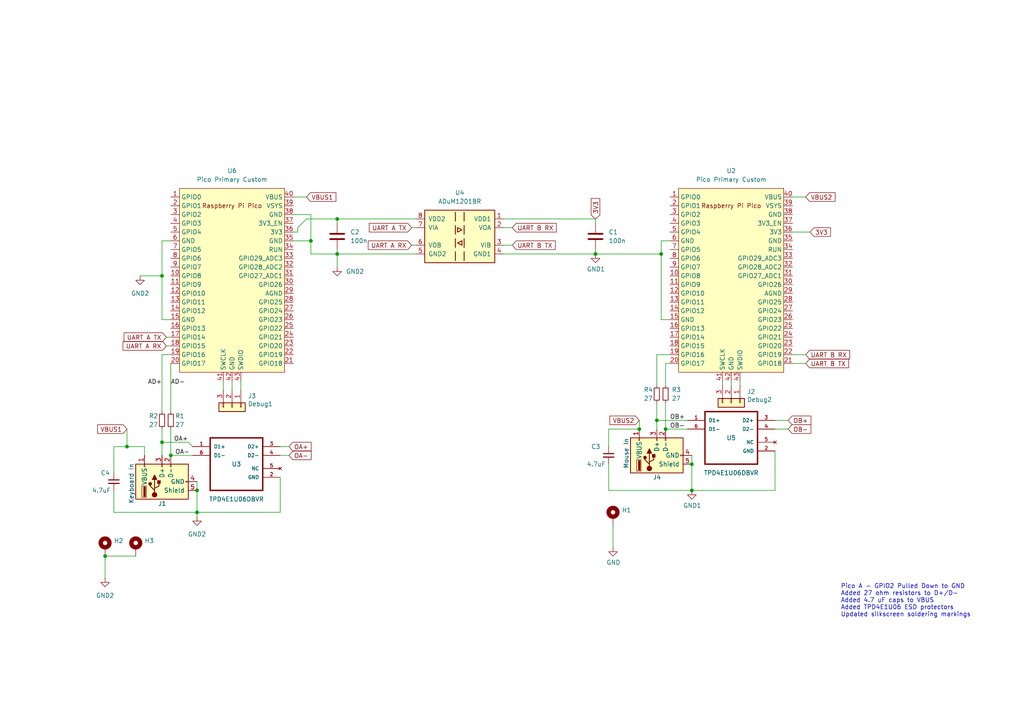
<source format=kicad_sch>
(kicad_sch (version 20231120) (generator "eeschema") (generator_version "8.0")
  (paper "A4")
  (title_block (title "DeskHop - Fast Keyboard/Mouse Switching Device") (date "2024-01-11") (rev "v1.1") (company "Hrvoje Čavrak"))
  (lib_symbols
    (symbol "Connector:USB_A" (pin_names (offset 1.016))
      (property "Reference" "J" (at -5.08 11.43 0))
      (property "Value" "USB_A" (at -5.08 8.89 0))
      (symbol "USB_A_0_1"
        (rectangle (start -5.08 -7.62) (end 5.08 7.62) (stroke (width 0.254)) (fill (type background)))
        (circle (center -3.81 2.159) (radius 0.635) (stroke (width 0.254)) (fill (type outline)))
        (rectangle (start -1.524 4.826) (end -4.318 5.334) (fill (type outline)))
        (rectangle (start -1.27 4.572) (end -4.572 5.842))
        (circle (center -0.635 3.429) (radius 0.381) (stroke (width 0.254)) (fill (type outline)))
        (rectangle (start -0.127 -7.62) (end 0.127 -6.858))
        (polyline (pts (xy -3.175 2.159) (xy -2.54 2.159) (xy -1.27 3.429) (xy -0.635 3.429)) (stroke (width 0.254)))
        (polyline (pts (xy -2.54 2.159) (xy -1.905 2.159) (xy -1.27 0.889) (xy 0 0.889)) (stroke (width 0.254)))
        (polyline (pts (xy 0.635 2.794) (xy 0.635 1.524) (xy 1.905 2.159) (xy 0.635 2.794)) (stroke (width 0.254)) (fill (type outline)))
        (rectangle (start 0.254 1.27) (end -0.508 0.508) (stroke (width 0.254)) (fill (type outline)))
        (rectangle (start 5.08 -2.667) (end 4.318 -2.413))
        (rectangle (start 5.08 -0.127) (end 4.318 0.127))
        (rectangle (start 5.08 4.953) (end 4.318 5.207))
      )
      (symbol "USB_A_1_1"
        (polyline (pts (xy -1.905 2.159) (xy 0.635 2.159)) (stroke (width 0.254)))
        (pin power_in line (at 7.62 5.08 180) (length 2.54) (name "VBUS") (number "1"))
        (pin bidirectional line (at 7.62 -2.54 180) (length 2.54) (name "D-") (number "2"))
        (pin bidirectional line (at 7.62 0 180) (length 2.54) (name "D+") (number "3"))
        (pin power_in line (at 0 -10.16 90) (length 2.54) (name "GND") (number "4"))
        (pin passive line (at -2.54 -10.16 90) (length 2.54) (name "Shield") (number "5"))
      )
    )
    (symbol "Connector_Generic:Conn_01x03" (pin_names (offset 1.016) hide)
      (property "Reference" "J" (at 0 5.08 0))
      (property "Value" "Conn_01x03" (at 0 -5.08 0))
      (symbol "Conn_01x03_1_1"
        (rectangle (start -1.27 -2.413) (end 0 -2.667) (stroke (width 0.1524)))
        (rectangle (start -1.27 0.127) (end 0 -0.127) (stroke (width 0.1524)))
        (rectangle (start -1.27 2.667) (end 0 2.413) (stroke (width 0.1524)))
        (rectangle (start -1.27 3.81) (end 1.27 -3.81) (stroke (width 0.254)) (fill (type background)))
        (pin passive line (at -5.08 2.54 0) (length 3.81) (name "Pin_1") (number "1"))
        (pin passive line (at -5.08 0 0) (length 3.81) (name "Pin_2") (number "2"))
        (pin passive line (at -5.08 -2.54 0) (length 3.81) (name "Pin_3") (number "3"))
      )
    )
    (symbol "Custom:Pico"
      (property "Reference" "U1" (at 0 30.861 0))
      (property "Value" "Pico Primary Custom" (at 0 28.5496 0))
      (symbol "Pico_0_0"
        (text "Raspberry Pi Pico" (at 0 21.59 0) (effects (font (size 1.27 1.27))))
      )
      (symbol "Pico_0_1"
        (rectangle (start -15.24 26.67) (end 15.24 -26.67) (fill (type background)))
      )
      (symbol "Pico_1_1"
        (pin bidirectional line (at -17.78 24.13 0) (length 2.54) (name "GPIO0") (number "1"))
        (pin bidirectional line (at -17.78 1.27 0) (length 2.54) (name "GPIO8") (number "10"))
        (pin bidirectional line (at -17.78 -1.27 0) (length 2.54) (name "GPIO9") (number "11"))
        (pin bidirectional line (at -17.78 -3.81 0) (length 2.54) (name "GPIO10") (number "12"))
        (pin power_in line (at -17.78 -6.35 0) (length 2.54) (name "GPIO11") (number "13"))
        (pin bidirectional line (at -17.78 -8.89 0) (length 2.54) (name "GPIO12") (number "14"))
        (pin power_in line (at -17.78 -11.43 0) (length 2.54) (name "GND") (number "15"))
        (pin bidirectional line (at -17.78 -13.97 0) (length 2.54) (name "GPIO13") (number "16"))
        (pin bidirectional line (at -17.78 -16.51 0) (length 2.54) (name "GPIO14") (number "17"))
        (pin bidirectional line (at -17.78 -19.05 0) (length 2.54) (name "GPIO15") (number "18"))
        (pin bidirectional line (at -17.78 -21.59 0) (length 2.54) (name "GPIO16") (number "19"))
        (pin bidirectional line (at -17.78 21.59 0) (length 2.54) (name "GPIO1") (number "2"))
        (pin bidirectional line (at -17.78 -24.13 0) (length 2.54) (name "GPIO17") (number "20"))
        (pin bidirectional line (at 17.78 -24.13 180) (length 2.54) (name "GPIO18") (number "21"))
        (pin bidirectional line (at 17.78 -21.59 180) (length 2.54) (name "GPIO19") (number "22"))
        (pin bidirectional line (at 17.78 -19.05 180) (length 2.54) (name "GPIO20") (number "23"))
        (pin bidirectional line (at 17.78 -16.51 180) (length 2.54) (name "GPIO21") (number "24"))
        (pin bidirectional line (at 17.78 -13.97 180) (length 2.54) (name "GPIO22") (number "25"))
        (pin bidirectional line (at 17.78 -11.43 180) (length 2.54) (name "GPIO23") (number "26"))
        (pin bidirectional line (at 17.78 -8.89 180) (length 2.54) (name "GPIO24") (number "27"))
        (pin power_in line (at 17.78 -6.35 180) (length 2.54) (name "GPIO25") (number "28"))
        (pin power_in line (at 17.78 -3.81 180) (length 2.54) (name "AGND") (number "29"))
        (pin bidirectional line (at -17.78 19.05 0) (length 2.54) (name "GPIO2") (number "3"))
        (pin bidirectional line (at 17.78 -1.27 180) (length 2.54) (name "GPIO26") (number "30"))
        (pin bidirectional line (at 17.78 1.27 180) (length 2.54) (name "GPIO27_ADC1") (number "31"))
        (pin bidirectional line (at 17.78 3.81 180) (length 2.54) (name "GPIO28_ADC2") (number "32"))
        (pin bidirectional line (at 17.78 6.35 180) (length 2.54) (name "GPIO29_ADC3") (number "33"))
        (pin input line (at 17.78 8.89 180) (length 2.54) (name "RUN") (number "34"))
        (pin power_in line (at 17.78 11.43 180) (length 2.54) (name "GND") (number "35"))
        (pin power_in line (at 17.78 13.97 180) (length 2.54) (name "3V3") (number "36"))
        (pin input line (at 17.78 16.51 180) (length 2.54) (name "3V3_EN") (number "37"))
        (pin power_in line (at 17.78 19.05 180) (length 2.54) (name "GND") (number "38"))
        (pin power_in line (at 17.78 21.59 180) (length 2.54) (name "VSYS") (number "39"))
        (pin bidirectional line (at -17.78 16.51 0) (length 2.54) (name "GPIO3") (number "4"))
        (pin power_in line (at 17.78 24.13 180) (length 2.54) (name "VBUS") (number "40"))
        (pin input line (at -2.54 -29.21 90) (length 2.54) (name "SWCLK") (number "41"))
        (pin power_in line (at 0 -29.21 90) (length 2.54) (name "GND") (number "42"))
        (pin bidirectional line (at 2.54 -29.21 90) (length 2.54) (name "SWDIO") (number "43"))
        (pin bidirectional line (at -17.78 13.97 0) (length 2.54) (name "GPIO4") (number "5"))
        (pin power_in line (at -17.78 11.43 0) (length 2.54) (name "GND") (number "6"))
        (pin bidirectional line (at -17.78 8.89 0) (length 2.54) (name "GPIO5") (number "7"))
        (pin bidirectional line (at -17.78 6.35 0) (length 2.54) (name "GPIO6") (number "8"))
        (pin bidirectional line (at -17.78 3.81 0) (length 2.54) (name "GPIO7") (number "9"))
      )
    )
    (symbol "Device:C" (pin_numbers hide) (pin_names (offset 0.254))
      (property "Reference" "C" (at 0.635 2.54 0))
      (property "Value" "C" (at 0.635 -2.54 0))
      (symbol "C_0_1"
        (polyline (pts (xy -2.032 -0.762) (xy 2.032 -0.762)) (stroke (width 0.508)))
        (polyline (pts (xy -2.032 0.762) (xy 2.032 0.762)) (stroke (width 0.508)))
      )
      (symbol "C_1_1"
        (pin passive line (at 0 3.81 270) (length 2.794) (name "~") (number "1"))
        (pin passive line (at 0 -3.81 90) (length 2.794) (name "~") (number "2"))
      )
    )
    (symbol "Device:C_Small" (pin_numbers hide) (pin_names (offset 0.254) hide)
      (property "Reference" "C" (at 0.254 1.778 0))
      (property "Value" "C_Small" (at 0.254 -2.032 0))
      (symbol "C_Small_0_1"
        (polyline (pts (xy -1.524 -0.508) (xy 1.524 -0.508)) (stroke (width 0.3302)))
        (polyline (pts (xy -1.524 0.508) (xy 1.524 0.508)) (stroke (width 0.3048)))
      )
      (symbol "C_Small_1_1"
        (pin passive line (at 0 2.54 270) (length 2.032) (name "~") (number "1"))
        (pin passive line (at 0 -2.54 90) (length 2.032) (name "~") (number "2"))
      )
    )
    (symbol "Device:R_Small" (pin_numbers hide) (pin_names (offset 0.254) hide)
      (property "Reference" "R" (at 0.762 0.508 0))
      (property "Value" "R_Small" (at 0.762 -1.016 0))
      (symbol "R_Small_0_1"
        (rectangle (start -0.762 1.778) (end 0.762 -1.778) (stroke (width 0.2032)))
      )
      (symbol "R_Small_1_1"
        (pin passive line (at 0 2.54 270) (length 0.762) (name "~") (number "1"))
        (pin passive line (at 0 -2.54 90) (length 0.762) (name "~") (number "2"))
      )
    )
    (symbol "Isolator:ADuM1201BR" (pin_names (offset 1.016))
      (property "Reference" "U" (at -10.16 8.89 0))
      (property "Value" "ADuM1201BR" (at -2.032 8.89 0))
      (symbol "ADuM1201BR_0_1"
        (rectangle (start -10.16 7.62) (end 10.16 -7.62) (stroke (width 0.254)) (fill (type background)))
        (polyline (pts (xy -1.27 -4.445) (xy -1.27 -6.985)) (stroke (width 0.254)))
        (polyline (pts (xy -1.27 -0.635) (xy -1.27 -3.175)) (stroke (width 0.254)))
        (polyline (pts (xy -1.27 3.175) (xy -1.27 0.635)) (stroke (width 0.254)))
        (polyline (pts (xy -1.27 6.985) (xy -1.27 4.445)) (stroke (width 0.254)))
        (polyline (pts (xy 1.27 -4.445) (xy 1.27 -6.985)) (stroke (width 0.254)))
        (polyline (pts (xy 1.27 -0.635) (xy 1.27 -3.175)) (stroke (width 0.254)))
        (polyline (pts (xy 1.27 3.175) (xy 1.27 0.635)) (stroke (width 0.254)))
        (polyline (pts (xy 1.27 6.985) (xy 1.27 4.445)) (stroke (width 0.254)))
        (polyline (pts (xy -0.635 -1.27) (xy -0.635 -2.54) (xy 0.635 -1.905) (xy -0.635 -1.27)) (stroke (width 0.254)))
        (polyline (pts (xy 0.635 2.54) (xy 0.635 1.27) (xy -0.635 1.905) (xy 0.635 2.54)) (stroke (width 0.254)))
      )
      (symbol "ADuM1201BR_1_1"
        (pin power_in line (at -12.7 5.08 0) (length 2.54) (name "VDD1") (number "1"))
        (pin output line (at -12.7 2.54 0) (length 2.54) (name "VOA") (number "2"))
        (pin input line (at -12.7 -2.54 0) (length 2.54) (name "VIB") (number "3"))
        (pin power_in line (at -12.7 -5.08 0) (length 2.54) (name "GND1") (number "4"))
        (pin power_in line (at 12.7 -5.08 180) (length 2.54) (name "GND2") (number "5"))
        (pin output line (at 12.7 -2.54 180) (length 2.54) (name "VOB") (number "6"))
        (pin input line (at 12.7 2.54 180) (length 2.54) (name "VIA") (number "7"))
        (pin power_in line (at 12.7 5.08 180) (length 2.54) (name "VDD2") (number "8"))
      )
    )
    (symbol "Mechanical:MountingHole_Pad" (pin_numbers hide) (pin_names (offset 1.016) hide)
      (property "Reference" "H" (at 0 6.35 0))
      (property "Value" "MountingHole_Pad" (at 0 4.445 0))
      (symbol "MountingHole_Pad_0_1"
        (circle (center 0 1.27) (radius 1.27) (stroke (width 1.27)))
      )
      (symbol "MountingHole_Pad_1_1"
        (pin input line (at 0 -2.54 90) (length 2.54) (name "1") (number "1"))
      )
    )
    (symbol "TPD4E1U06DBVR:TPD4E1U06DBVR" (pin_names (offset 1.016))
      (property "Reference" "U" (at -1.27 8.89 0))
      (property "Value" "TPD4E1U06DBVR" (at -7.62 -10.16 0))
      (symbol "TPD4E1U06DBVR_0_0"
        (polyline (pts (xy -7.62 -7.62) (xy -7.62 7.62)) (stroke (width 0.4064)))
        (polyline (pts (xy -7.62 7.62) (xy 7.62 7.62)) (stroke (width 0.4064)))
        (polyline (pts (xy 7.62 -7.62) (xy -7.62 -7.62)) (stroke (width 0.4064)))
        (polyline (pts (xy 7.62 7.62) (xy 7.62 -7.62)) (stroke (width 0.4064)))
        (pin bidirectional line (at -12.7 5.08 0) (length 5.08) (name "D1+") (number "1"))
        (pin power_in line (at 12.7 -3.81 180) (length 5.08) (name "GND") (number "2"))
        (pin bidirectional line (at 12.7 5.08 180) (length 5.08) (name "D2+") (number "3"))
        (pin bidirectional line (at 12.7 2.54 180) (length 5.08) (name "D2-") (number "4"))
        (pin no_connect line (at 12.7 -1.27 180) (length 5.08) (name "NC") (number "5"))
        (pin bidirectional line (at -12.7 2.54 0) (length 5.08) (name "D1-") (number "6"))
      )
    )
    (symbol "TPD4E1U06DBVR_1" (pin_names (offset 1.016))
      (property "Reference" "U" (at -1.27 8.89 0))
      (property "Value" "TPD4E1U06DBVR" (at -7.62 -10.16 0))
      (symbol "TPD4E1U06DBVR_1_0_0"
        (polyline (pts (xy -7.62 -7.62) (xy -7.62 7.62)) (stroke (width 0.4064)))
        (polyline (pts (xy -7.62 7.62) (xy 7.62 7.62)) (stroke (width 0.4064)))
        (polyline (pts (xy 7.62 -7.62) (xy -7.62 -7.62)) (stroke (width 0.4064)))
        (polyline (pts (xy 7.62 7.62) (xy 7.62 -7.62)) (stroke (width 0.4064)))
        (pin bidirectional line (at -12.7 5.08 0) (length 5.08) (name "D1+") (number "1"))
        (pin power_in line (at 12.7 -3.81 180) (length 5.08) (name "GND") (number "2"))
        (pin bidirectional line (at 12.7 5.08 180) (length 5.08) (name "D2+") (number "3"))
        (pin bidirectional line (at 12.7 2.54 180) (length 5.08) (name "D2-") (number "4"))
        (pin no_connect line (at 12.7 -1.27 180) (length 5.08) (name "NC") (number "5"))
        (pin bidirectional line (at -12.7 2.54 0) (length 5.08) (name "D1-") (number "6"))
      )
    )
    (symbol "power:GND" (power) (pin_names (offset 0))
      (property "Value" "GND" (at 0 -3.81 0))
      (symbol "GND_0_1"
        (polyline (pts (xy 0 0) (xy 0 -1.27) (xy 1.27 -1.27) (xy 0 -2.54) (xy -1.27 -1.27) (xy 0 -1.27)))
      )
      (symbol "GND_1_1"
        (pin power_in line (at 0 0 270) (length 0) hide (name "GND") (number "1"))
      )
    )
    (symbol "power:GND2" (power) (pin_names (offset 0))
      (property "Value" "GND2" (at 0 -3.81 0))
      (symbol "GND2_0_1"
        (polyline (pts (xy 0 0) (xy 0 -1.27) (xy 1.27 -1.27) (xy 0 -2.54) (xy -1.27 -1.27) (xy 0 -1.27)))
      )
      (symbol "GND2_1_1"
        (pin power_in line (at 0 0 270) (length 0) hide (name "GND2") (number "1"))
      )
    )
  )
  (junction (at 97.79 73.66))
  (junction (at 172.72 73.66))
  (junction (at 30.48 161.29))
  (junction (at 57.15 142.24))
  (junction (at 36.83 129.54))
  (junction (at 200.66 142.24))
  (junction (at 185.42 124.46))
  (junction (at 193.04 124.46))
  (junction (at 190.5 121.92))
  (junction (at 46.99 80.01))
  (junction (at 200.66 134.62))
  (junction (at 191.77 73.66))
  (junction (at 57.15 148.59))
  (junction (at 90.17 69.85))
  (junction (at 49.53 132.08))
  (junction (at 97.79 63.5))
  (junction (at 46.99 128.27))
  (wire (pts (xy 90.17 62.23) (xy 90.17 69.85)))
  (wire (pts (xy 57.15 148.59) (xy 81.28 148.59)))
  (wire (pts (xy 81.28 129.54) (xy 83.82 129.54)))
  (wire (pts (xy 30.48 161.29) (xy 39.37 161.29)))
  (wire (pts (xy 176.53 124.46) (xy 176.53 129.54)))
  (wire (pts (xy 146.05 66.04) (xy 148.59 66.04)))
  (wire (pts (xy 49.53 124.46) (xy 49.53 132.08)))
  (wire (pts (xy 177.8 152.4) (xy 177.8 158.75)))
  (wire (pts (xy 67.31 110.49) (xy 67.31 113.03)))
  (wire (pts (xy 85.09 57.15) (xy 88.9 57.15)))
  (wire (pts (xy 146.05 73.66) (xy 172.72 73.66)))
  (wire (pts (xy 233.68 57.15) (xy 229.87 57.15)))
  (wire (pts (xy 69.85 110.49) (xy 69.85 113.03)))
  (wire (pts (xy 57.15 139.7) (xy 57.15 142.24)))
  (wire (pts (xy 191.77 73.66) (xy 191.77 92.71)))
  (wire (pts (xy 46.99 69.85) (xy 49.53 69.85)))
  (wire (pts (xy 146.05 63.5) (xy 172.72 63.5)))
  (wire (pts (xy 191.77 69.85) (xy 191.77 73.66)))
  (wire (pts (xy 190.5 102.87) (xy 190.5 111.76)))
  (wire (pts (xy 57.15 142.24) (xy 57.15 148.59)))
  (wire (pts (xy 172.72 72.39) (xy 172.72 73.66)))
  (wire (pts (xy 86.36 67.31) (xy 86.36 66.04)))
  (wire (pts (xy 229.87 105.41) (xy 233.68 105.41)))
  (wire (pts (xy 190.5 121.92) (xy 190.5 124.46)))
  (wire (pts (xy 88.9 63.5) (xy 97.79 63.5)))
  (wire (pts (xy 190.5 102.87) (xy 194.31 102.87)))
  (wire (pts (xy 193.04 116.84) (xy 193.04 124.46)))
  (wire (pts (xy 190.5 116.84) (xy 190.5 121.92)))
  (wire (pts (xy 90.17 73.66) (xy 97.79 73.66)))
  (wire (pts (xy 224.79 124.46) (xy 228.6 124.46)))
  (wire (pts (xy 40.64 80.01) (xy 46.99 80.01)))
  (wire (pts (xy 36.83 129.54) (xy 41.91 129.54)))
  (wire (pts (xy 30.48 161.29) (xy 30.48 167.64)))
  (wire (pts (xy 200.66 132.08) (xy 200.66 134.62)))
  (wire (pts (xy 224.79 130.81) (xy 224.79 142.24)))
  (wire (pts (xy 41.91 129.54) (xy 41.91 132.08)))
  (wire (pts (xy 90.17 69.85) (xy 90.17 73.66)))
  (wire (pts (xy 46.99 128.27) (xy 54.61 128.27)))
  (wire (pts (xy 209.55 110.49) (xy 209.55 111.76)))
  (wire (pts (xy 146.05 71.12) (xy 148.59 71.12)))
  (wire (pts (xy 97.79 63.5) (xy 120.65 63.5)))
  (wire (pts (xy 85.09 69.85) (xy 90.17 69.85)))
  (wire (pts (xy 191.77 69.85) (xy 194.31 69.85)))
  (wire (pts (xy 212.09 110.49) (xy 212.09 111.76)))
  (wire (pts (xy 64.77 110.49) (xy 64.77 113.03)))
  (wire (pts (xy 49.53 105.41) (xy 49.53 119.38)))
  (wire (pts (xy 33.02 129.54) (xy 33.02 137.16)))
  (wire (pts (xy 33.02 148.59) (xy 57.15 148.59)))
  (wire (pts (xy 193.04 105.41) (xy 194.31 105.41)))
  (wire (pts (xy 46.99 102.87) (xy 49.53 102.87)))
  (wire (pts (xy 200.66 134.62) (xy 200.66 142.24)))
  (wire (pts (xy 46.99 92.71) (xy 49.53 92.71)))
  (wire (pts (xy 81.28 138.43) (xy 81.28 148.59)))
  (wire (pts (xy 97.79 72.39) (xy 97.79 73.66)))
  (wire (pts (xy 234.95 67.31) (xy 229.87 67.31)))
  (wire (pts (xy 85.09 62.23) (xy 90.17 62.23)))
  (wire (pts (xy 119.38 66.04) (xy 120.65 66.04)))
  (wire (pts (xy 46.99 80.01) (xy 46.99 92.71)))
  (wire (pts (xy 46.99 102.87) (xy 46.99 119.38)))
  (wire (pts (xy 176.53 142.24) (xy 200.66 142.24)))
  (wire (pts (xy 46.99 124.46) (xy 46.99 128.27)))
  (wire (pts (xy 48.26 97.79) (xy 49.53 97.79)))
  (wire (pts (xy 214.63 110.49) (xy 214.63 111.76)))
  (wire (pts (xy 191.77 92.71) (xy 194.31 92.71)))
  (wire (pts (xy 176.53 134.62) (xy 176.53 142.24)))
  (wire (pts (xy 229.87 102.87) (xy 233.68 102.87)))
  (wire (pts (xy 46.99 69.85) (xy 46.99 80.01)))
  (wire (pts (xy 190.5 121.92) (xy 199.39 121.92)))
  (wire (pts (xy 54.61 128.27) (xy 55.88 129.54)))
  (wire (pts (xy 185.42 121.92) (xy 185.42 124.46)))
  (wire (pts (xy 48.26 100.33) (xy 49.53 100.33)))
  (wire (pts (xy 176.53 124.46) (xy 185.42 124.46)))
  (wire (pts (xy 36.83 124.46) (xy 36.83 129.54)))
  (wire (pts (xy 49.53 132.08) (xy 55.88 132.08)))
  (wire (pts (xy 33.02 129.54) (xy 36.83 129.54)))
  (wire (pts (xy 97.79 73.66) (xy 97.79 77.47)))
  (wire (pts (xy 57.15 148.59) (xy 57.15 149.86)))
  (wire (pts (xy 81.28 132.08) (xy 83.82 132.08)))
  (wire (pts (xy 86.36 66.04) (xy 88.9 63.5)))
  (wire (pts (xy 97.79 63.5) (xy 97.79 64.77)))
  (wire (pts (xy 224.79 121.92) (xy 228.6 121.92)))
  (wire (pts (xy 97.79 73.66) (xy 120.65 73.66)))
  (wire (pts (xy 193.04 124.46) (xy 199.39 124.46)))
  (wire (pts (xy 85.09 67.31) (xy 86.36 67.31)))
  (wire (pts (xy 193.04 105.41) (xy 193.04 111.76)))
  (wire (pts (xy 172.72 73.66) (xy 191.77 73.66)))
  (wire (pts (xy 33.02 142.24) (xy 33.02 148.59)))
  (wire (pts (xy 46.99 128.27) (xy 46.99 132.08)))
  (wire (pts (xy 119.38 71.12) (xy 120.65 71.12)))
  (wire (pts (xy 172.72 63.5) (xy 172.72 64.77)))
  (wire (pts (xy 200.66 142.24) (xy 224.79 142.24)))
  (text "Pico A - GPIO2 Pulled Down to GND\nAdded 27 ohm resistors to D+/D-\nAdded 4.7 uF caps to VBUS\nAdded TPD4E1U06 ESD protectors\nUpdated silkscreen soldering markings" (at 243.84 179.07 0) (effects (font (size 1.27 1.27)) (justify left bottom)))
  (label "OB-" (at 194.31 124.46 0))
  (label "OA+" (at 54.61 128.27 180))
  (label "OA-" (at 50.8 132.08 0))
  (label "AD+" (at 46.99 111.76 180))
  (label "OB+" (at 194.31 121.92 0))
  (label "AD-" (at 49.53 111.76 0))
  (global_label "OB+" (shape input) (at 228.6 121.92 0) (property "Intersheetrefs" "${INTERSHEET_REFS}" (effects (hide yes))))
  (global_label "OA-" (shape input) (at 83.82 132.08 0) (property "Intersheetrefs" "${INTERSHEET_REFS}" (effects (hide yes))))
  (global_label "UART B RX" (shape input) (at 233.68 102.87 0) (property "Intersheetrefs" "${INTERSHEET_REFS}" (effects (hide yes))))
  (global_label "3V3" (shape input) (at 234.95 67.31 0) (property "Intersheetrefs" "${INTERSHEET_REFS}" (effects (hide yes))))
  (global_label "VBUS2" (shape input) (at 233.68 57.15 0) (property "Intersheetrefs" "${INTERSHEET_REFS}" (effects (hide yes))))
  (global_label "UART B RX" (shape input) (at 148.59 66.04 0) (property "Intersheetrefs" "${INTERSHEET_REFS}" (effects (hide yes))))
  (global_label "OB-" (shape input) (at 228.6 124.46 0) (property "Intersheetrefs" "${INTERSHEET_REFS}" (effects (hide yes))))
  (global_label "UART A RX" (shape input) (at 48.26 100.33 180) (property "Intersheetrefs" "${INTERSHEET_REFS}" (effects (hide yes))))
  (global_label "3V3" (shape input) (at 172.72 63.5 90) (property "Intersheetrefs" "${INTERSHEET_REFS}" (effects (hide yes))))
  (global_label "UART A TX" (shape input) (at 119.38 66.04 180) (property "Intersheetrefs" "${INTERSHEET_REFS}" (effects (hide yes))))
  (global_label "UART B TX" (shape input) (at 148.59 71.12 0) (property "Intersheetrefs" "${INTERSHEET_REFS}" (effects (hide yes))))
  (global_label "UART A RX" (shape input) (at 119.38 71.12 180) (property "Intersheetrefs" "${INTERSHEET_REFS}" (effects (hide yes))))
  (global_label "VBUS2" (shape input) (at 185.42 121.92 180) (property "Intersheetrefs" "${INTERSHEET_REFS}" (effects (hide yes))))
  (global_label "VBUS1" (shape input) (at 88.9 57.15 0) (property "Intersheetrefs" "${INTERSHEET_REFS}" (effects (hide yes))))
  (global_label "UART B TX" (shape input) (at 233.68 105.41 0) (property "Intersheetrefs" "${INTERSHEET_REFS}" (effects (hide yes))))
  (global_label "OA+" (shape input) (at 83.82 129.54 0) (property "Intersheetrefs" "${INTERSHEET_REFS}" (effects (hide yes))))
  (global_label "VBUS1" (shape input) (at 36.83 124.46 180) (property "Intersheetrefs" "${INTERSHEET_REFS}" (effects (hide yes))))
  (global_label "UART A TX" (shape input) (at 48.26 97.79 180) (property "Intersheetrefs" "${INTERSHEET_REFS}" (effects (hide yes))))
  (symbol (lib_id "Mechanical:MountingHole_Pad") (at 177.8 149.86 0) (unit 1)
    (property "Reference" "H1" (at 180.34 147.955 0) (effects (justify left)))
    (property "Value" "MountingHole_Pad" (effects (hide yes)))
    (property "Footprint" "MountingHole:MountingHole_2.7mm_M2.5_Pad_TopBottom" (effects (hide yes)))
  )
  (symbol (lib_id "Connector:USB_A") (at 46.99 139.7 90) (unit 1)
    (property "Reference" "J1" (at 48.26 146.05 90) (effects (justify left)))
    (property "Value" "Keyboard In" (at 38.1 146.05 0) (effects (justify left)))
    (property "Footprint" "Connector_USB:USB_A_Molex_67643_Horizontal" (effects (hide yes)))
    (property "Datasheet" " ~" (effects (hide yes)))
  )
  (symbol (lib_id "Mechanical:MountingHole_Pad") (at 30.48 158.75 0) (unit 1)
    (property "Reference" "H2" (at 33.02 156.845 0) (effects (justify left)))
    (property "Value" "MountingHole_Pad" (effects (hide yes)))
    (property "Footprint" "MountingHole:MountingHole_2.7mm_M2.5_Pad_TopBottom" (effects (hide yes)))
  )
  (symbol (lib_id "Isolator:ADuM1201BR") (at 133.35 68.58 0) (mirror y) (unit 1)
    (property "Reference" "U4" (at 133.35 55.88 0))
    (property "Value" "ADuM1201BR" (at 133.35 58.42 0))
    (property "Footprint" "Package_SO:SOIC-8_3.9x4.9mm_P1.27mm" (effects (hide yes)))
    (property "Datasheet" "https://www.analog.com/static/imported-files/data_sheets/ADuM1200_1201.pdf" (effects (hide yes)))
  )
  (symbol (lib_id "Custom:Pico") (at 212.09 81.28 0) (unit 1)
    (property "Reference" "U2" (at 212.09 49.53 0))
    (property "Value" "Pico Primary Custom" (at 212.09 52.07 0))
    (property "Footprint" "RP2040:RPi_Pico_USBC_CUSTOM_SMD_TH" (effects (hide yes)))
  )
  (symbol (lib_id "Custom:Pico") (at 67.31 81.28 0) (unit 1)
    (property "Reference" "U6" (at 67.31 49.53 0))
    (property "Value" "Pico Primary Custom" (at 67.31 52.07 0))
    (property "Footprint" "RP2040:RPi_Pico_USBC_CUSTOM_SMD_TH" (effects (hide yes)))
  )
  (symbol (lib_name "TPD4E1U06DBVR_1") (lib_id "TPD4E1U06DBVR:TPD4E1U06DBVR") (at 212.09 127 0) (unit 1)
    (property "Reference" "U5" (at 212.09 127 0))
    (property "Value" "TPD4E1U06DBVR" (at 212.09 137.16 0))
    (property "Footprint" "Library:TPD4E1U06DBVR" (effects (hide yes)))
    (property "Datasheet" "SOT-23-6 Texas Instruments" (effects (hide yes)))
  )
  (symbol (lib_id "Device:R_Small") (at 193.04 114.3 0) (unit 1)
    (property "Reference" "R3" (at 194.818 113.03 0) (effects (justify left)))
    (property "Value" "27" (at 194.818 115.57 0) (effects (justify left)))
    (property "Footprint" "Resistor_SMD:R_1206_3216Metric_Pad1.30x1.75mm_HandSolder" (effects (hide yes)))
  )
  (symbol (lib_id "Device:C") (at 97.79 68.58 0) (unit 1)
    (property "Reference" "C2" (at 101.6 67.31 0) (effects (justify left)))
    (property "Value" "100n" (at 101.6 69.85 0) (effects (justify left)))
    (property "Footprint" "Capacitor_SMD:C_1206_3216Metric_Pad1.33x1.80mm_HandSolder" (effects (hide yes)))
  )
  (symbol (lib_id "Device:C") (at 172.72 68.58 0) (unit 1)
    (property "Reference" "C1" (at 176.53 67.31 0) (effects (justify left)))
    (property "Value" "100n" (at 176.53 69.85 0) (effects (justify left)))
    (property "Footprint" "Capacitor_SMD:C_1206_3216Metric_Pad1.33x1.80mm_HandSolder" (effects (hide yes)))
  )
  (symbol (lib_id "TPD4E1U06DBVR:TPD4E1U06DBVR") (at 68.58 134.62 0) (unit 1)
    (property "Reference" "U3" (at 68.58 134.62 0))
    (property "Value" "TPD4E1U06DBVR" (at 68.58 144.78 0))
    (property "Footprint" "Library:TPD4E1U06DBVR" (effects (hide yes)))
    (property "Datasheet" "SOT-23-6 Texas Instruments" (effects (hide yes)))
  )
  (symbol (lib_id "Mechanical:MountingHole_Pad") (at 39.37 158.75 0) (unit 1)
    (property "Reference" "H3" (at 41.91 156.845 0) (effects (justify left)))
    (property "Value" "MountingHole_Pad" (effects (hide yes)))
    (property "Footprint" "MountingHole:MountingHole_2.7mm_M2.5_Pad_TopBottom" (effects (hide yes)))
  )
  (symbol (lib_id "Device:R_Small") (at 49.53 121.92 0) (unit 1)
    (property "Reference" "R1" (at 50.8 120.65 0) (effects (justify left)))
    (property "Value" "27" (at 50.8 123.19 0) (effects (justify left)))
    (property "Footprint" "Resistor_SMD:R_1206_3216Metric_Pad1.30x1.75mm_HandSolder" (effects (hide yes)))
  )
  (symbol (lib_id "Connector_Generic:Conn_01x03") (at 67.31 118.11 270) (unit 1)
    (property "Reference" "J3" (at 71.882 114.8588 90) (effects (justify left)))
    (property "Value" "Debug1" (at 71.882 117.1702 90) (effects (justify left)))
    (property "Footprint" "Connector_PinHeader_2.54mm:PinHeader_1x03_P2.54mm_Vertical" (effects (hide yes)))
  )
  (symbol (lib_id "power:GND2") (at 40.64 80.01 0) (unit 1)
    (property "Reference" "#PWR06" (effects (hide yes)))
    (property "Value" "GND2" (at 40.64 85.09 0))
  )
  (symbol (lib_id "Device:C_Small") (at 33.02 139.7 0) (unit 1)
    (property "Reference" "C4" (at 29.21 137.16 0) (effects (justify left)))
    (property "Value" "4.7uF" (at 26.67 142.24 0) (effects (justify left)))
    (property "Footprint" "Capacitor_SMD:C_1206_3216Metric_Pad1.33x1.80mm_HandSolder" (effects (hide yes)))
  )
  (symbol (lib_id "Device:R_Small") (at 46.99 121.92 0) (unit 1)
    (property "Reference" "R2" (at 43.18 120.65 0) (effects (justify left)))
    (property "Value" "27" (at 43.18 123.19 0) (effects (justify left)))
    (property "Footprint" "Resistor_SMD:R_1206_3216Metric_Pad1.30x1.75mm_HandSolder" (effects (hide yes)))
  )
  (symbol (lib_id "Connector_Generic:Conn_01x03") (at 212.09 116.84 270) (unit 1)
    (property "Reference" "J2" (at 216.662 113.5888 90) (effects (justify left)))
    (property "Value" "Debug2" (at 216.662 115.9002 90) (effects (justify left)))
    (property "Footprint" "Connector_PinHeader_2.54mm:PinHeader_1x03_P2.54mm_Vertical" (effects (hide yes)))
  )
  (symbol (lib_id "power:GND2") (at 57.15 149.86 0) (mirror y) (unit 1)
    (property "Reference" "#PWR08" (effects (hide yes)))
    (property "Value" "GND2" (at 57.15 154.94 0))
  )
  (symbol (lib_id "Device:R_Small") (at 190.5 114.3 0) (unit 1)
    (property "Reference" "R4" (at 186.69 113.03 0) (effects (justify left)))
    (property "Value" "27" (at 186.69 115.57 0) (effects (justify left)))
    (property "Footprint" "Resistor_SMD:R_1206_3216Metric_Pad1.30x1.75mm_HandSolder" (effects (hide yes)))
  )
  (symbol (lib_id "power:GND") (at 177.8 158.75 0) (unit 1)
    (property "Reference" "#PWR02" (effects (hide yes)))
    (property "Value" "GND" (at 177.927 163.1442 0))
  )
  (symbol (lib_id "Device:C_Small") (at 176.53 132.08 0) (unit 1)
    (property "Reference" "C3" (at 171.45 129.54 0) (effects (justify left)))
    (property "Value" "4.7uF" (at 170.18 134.62 0) (effects (justify left)))
    (property "Footprint" "Capacitor_SMD:C_1206_3216Metric_Pad1.33x1.80mm_HandSolder" (effects (hide yes)))
  )
  (symbol (lib_id "power:GND") (at 172.72 73.66 0) (unit 1)
    (property "Reference" "#PWR01" (effects (hide yes)))
    (property "Value" "GND1" (at 172.847 78.0542 0))
  )
  (symbol (lib_id "power:GND2") (at 97.79 77.47 0) (unit 1)
    (property "Reference" "#PWR05" (effects (hide yes)))
    (property "Value" "GND2" (at 100.33 78.7399 0) (effects (justify left)))
  )
  (symbol (lib_id "power:GND2") (at 30.48 167.64 0) (mirror y) (unit 1)
    (property "Reference" "#PWR03" (effects (hide yes)))
    (property "Value" "GND2" (at 30.48 172.72 0))
  )
  (symbol (lib_id "power:GND") (at 200.66 142.24 0) (unit 1)
    (property "Reference" "#PWR04" (effects (hide yes)))
    (property "Value" "GND1" (at 200.787 146.6342 0))
  )
  (symbol (lib_id "Connector:USB_A") (at 190.5 132.08 90) (unit 1)
    (property "Reference" "J4" (at 191.77 138.43 90) (effects (justify left)))
    (property "Value" "Mouse In" (at 181.61 135.89 0) (effects (justify left)))
    (property "Footprint" "Connector_USB:USB_A_Molex_67643_Horizontal" (effects (hide yes)))
    (property "Datasheet" " ~" (effects (hide yes)))
  )
)
</source>
